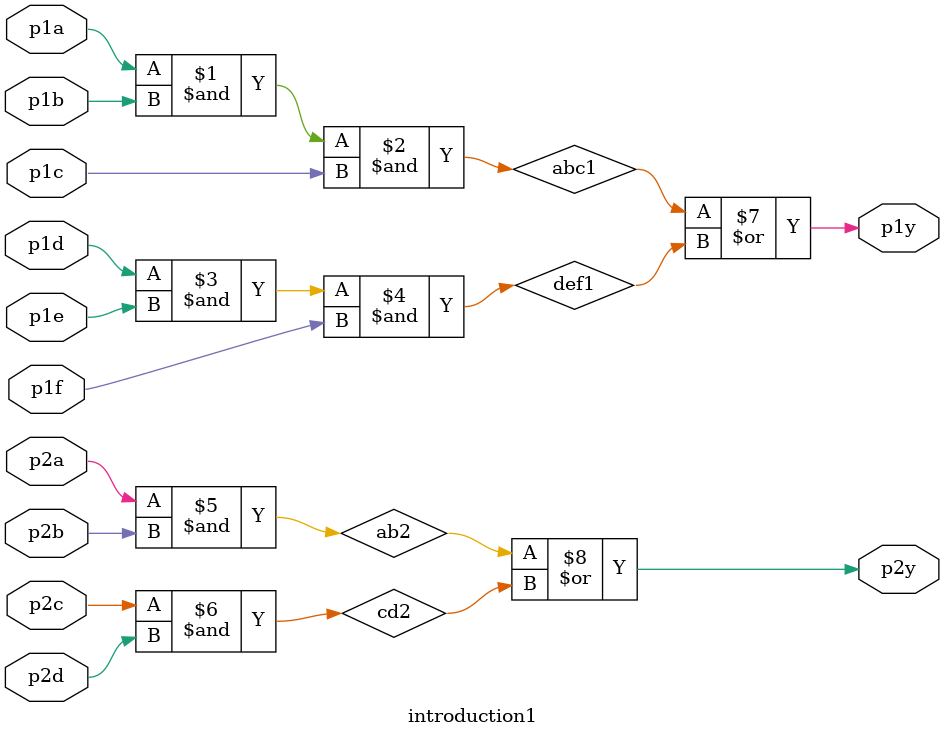
<source format=v>
`timescale 1ns / 1ps

module introduction1(
    input p1a,
    input p1b,
    input p1c,
    input p1d,
    input p1e,
    input p1f,
    input p2a,
    input p2b,
    input p2c,
    input p2d,
    output p1y,
    output p2y
     );
    
    wire abc1;
    wire def1;
    wire ab2;
    wire cd2;
    
    and G1abc (abc1,p1a,p1b,p1c);
    and G1def (def1,p1d,p1e,p1f);
    and G2ab  (ab2,p2a,p2b);
    and G2cd  (cd2,p2c,p2d);
    or  G1    (p1y,abc1,def1);
    or  G2    (p2y,ab2,cd2);
    
endmodule

</source>
